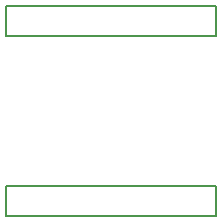
<source format=gbo>
G04 Layer: BottomSilkscreenLayer*
G04 EasyEDA v6.5.44, 2024-08-02 20:28:38*
G04 0ec6a3b83b7b46f2a54e004fb1c0c9c6,2d99afecd3cb4a319326ca3d9e85512b,10*
G04 Gerber Generator version 0.2*
G04 Scale: 100 percent, Rotated: No, Reflected: No *
G04 Dimensions in millimeters *
G04 leading zeros omitted , absolute positions ,4 integer and 5 decimal *
%FSLAX45Y45*%
%MOMM*%

%ADD10C,0.1270*%

%LPD*%
D10*
X889000Y6591300D02*
G01*
X889000Y6845300D01*
X2667000Y6845300D01*
X2667000Y6591300D01*
X889000Y6591300D01*
X2667000Y8369300D02*
G01*
X2667000Y8115300D01*
X889000Y8115300D01*
X889000Y8369300D01*
X2667000Y8369300D01*
M02*

</source>
